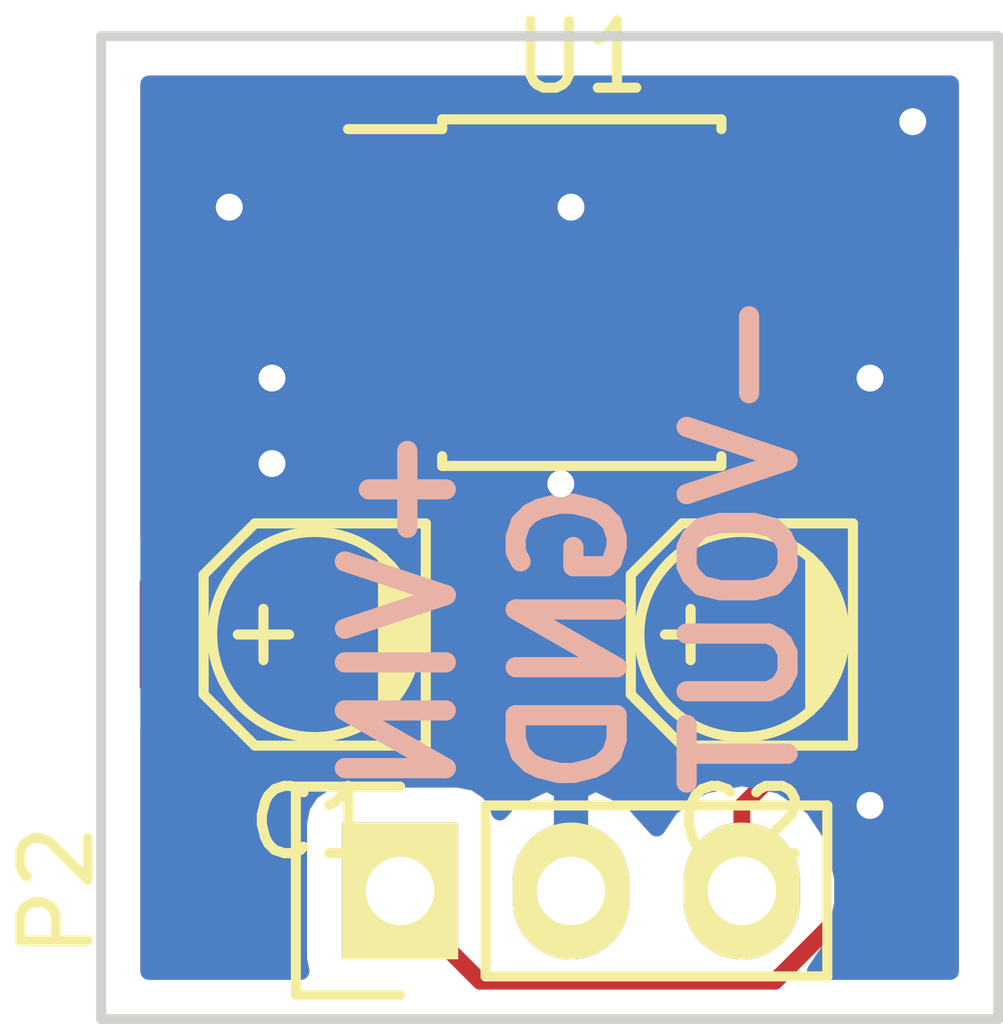
<source format=kicad_pcb>
(kicad_pcb (version 4) (host pcbnew 0.201602201416+6573~42~ubuntu14.04.1-product)

  (general
    (links 7)
    (no_connects 0)
    (area 166.495 86.815 181.935002 105.438333)
    (thickness 1.6)
    (drawings 7)
    (tracks 49)
    (zones 0)
    (modules 4)
    (nets 6)
  )

  (page A4)
  (layers
    (0 F.Cu signal)
    (31 B.Cu signal)
    (32 B.Adhes user)
    (33 F.Adhes user)
    (34 B.Paste user)
    (35 F.Paste user)
    (36 B.SilkS user)
    (37 F.SilkS user)
    (38 B.Mask user)
    (39 F.Mask user)
    (40 Dwgs.User user)
    (41 Cmts.User user)
    (42 Eco1.User user)
    (43 Eco2.User user)
    (44 Edge.Cuts user)
    (45 Margin user)
    (46 B.CrtYd user)
    (47 F.CrtYd user)
    (48 B.Fab user)
    (49 F.Fab user hide)
  )

  (setup
    (last_trace_width 0.25)
    (trace_clearance 0.2)
    (zone_clearance 0.508)
    (zone_45_only no)
    (trace_min 0.2)
    (segment_width 0.2)
    (edge_width 0.15)
    (via_size 0.6)
    (via_drill 0.4)
    (via_min_size 0.4)
    (via_min_drill 0.3)
    (uvia_size 0.3)
    (uvia_drill 0.1)
    (uvias_allowed no)
    (uvia_min_size 0.2)
    (uvia_min_drill 0.1)
    (pcb_text_width 0.3)
    (pcb_text_size 1.5 1.5)
    (mod_edge_width 0.15)
    (mod_text_size 1 1)
    (mod_text_width 0.15)
    (pad_size 1.524 1.524)
    (pad_drill 0.762)
    (pad_to_mask_clearance 0.2)
    (aux_axis_origin 0 0)
    (visible_elements FFFFFF7F)
    (pcbplotparams
      (layerselection 0x00030_ffffffff)
      (usegerberextensions false)
      (excludeedgelayer true)
      (linewidth 0.100000)
      (plotframeref false)
      (viasonmask false)
      (mode 1)
      (useauxorigin false)
      (hpglpennumber 1)
      (hpglpenspeed 20)
      (hpglpendiameter 15)
      (psnegative false)
      (psa4output false)
      (plotreference true)
      (plotvalue true)
      (plotinvisibletext false)
      (padsonsilk false)
      (subtractmaskfromsilk false)
      (outputformat 1)
      (mirror false)
      (drillshape 0)
      (scaleselection 1)
      (outputdirectory gerber/))
  )

  (net 0 "")
  (net 1 "Net-(C1-Pad1)")
  (net 2 "Net-(C1-Pad2)")
  (net 3 GND)
  (net 4 VEE)
  (net 5 VDD)

  (net_class Default "This is the default net class."
    (clearance 0.2)
    (trace_width 0.25)
    (via_dia 0.6)
    (via_drill 0.4)
    (uvia_dia 0.3)
    (uvia_drill 0.1)
    (add_net GND)
    (add_net "Net-(C1-Pad1)")
    (add_net "Net-(C1-Pad2)")
    (add_net VDD)
    (add_net VEE)
  )

  (module Capacitors_SMD:c_elec_3x5.3 (layer F.Cu) (tedit 556FDD5F) (tstamp 56CE3304)
    (at 171.45 96.52 180)
    (descr "SMT capacitor, aluminium electrolytic, 3x5.3")
    (path /56CE2FCA)
    (attr smd)
    (fp_text reference C1 (at 0 -2.794 180) (layer F.SilkS)
      (effects (font (size 1 1) (thickness 0.15)))
    )
    (fp_text value 10uF (at 0 2.794 180) (layer F.Fab)
      (effects (font (size 1 1) (thickness 0.15)))
    )
    (fp_line (start -2.8 2.05) (end 2.8 2.05) (layer F.CrtYd) (width 0.05))
    (fp_line (start 2.8 2.05) (end 2.8 -2.05) (layer F.CrtYd) (width 0.05))
    (fp_line (start 2.8 -2.05) (end -2.8 -2.05) (layer F.CrtYd) (width 0.05))
    (fp_line (start -2.8 -2.05) (end -2.8 2.05) (layer F.CrtYd) (width 0.05))
    (fp_line (start -1.651 -1.651) (end -1.651 1.651) (layer F.SilkS) (width 0.15))
    (fp_line (start -1.651 1.651) (end 0.889 1.651) (layer F.SilkS) (width 0.15))
    (fp_line (start 0.889 1.651) (end 1.651 0.889) (layer F.SilkS) (width 0.15))
    (fp_line (start 1.651 0.889) (end 1.651 -0.889) (layer F.SilkS) (width 0.15))
    (fp_line (start 1.651 -0.889) (end 0.889 -1.651) (layer F.SilkS) (width 0.15))
    (fp_line (start 0.889 -1.651) (end -1.651 -1.651) (layer F.SilkS) (width 0.15))
    (fp_line (start -1.397 -0.508) (end -1.397 0.508) (layer F.SilkS) (width 0.15))
    (fp_line (start -1.27 -0.762) (end -1.27 0.762) (layer F.SilkS) (width 0.15))
    (fp_line (start -1.143 -1.016) (end -1.143 1.016) (layer F.SilkS) (width 0.15))
    (fp_line (start -1.016 -1.143) (end -1.016 1.143) (layer F.SilkS) (width 0.15))
    (fp_line (start 1.143 0) (end 0.381 0) (layer F.SilkS) (width 0.15))
    (fp_line (start 0.762 -0.381) (end 0.762 0.381) (layer F.SilkS) (width 0.15))
    (fp_circle (center 0 0) (end 1.524 0) (layer F.SilkS) (width 0.15))
    (pad 1 smd rect (at 1.50114 0 180) (size 2.19964 1.6002) (layers F.Cu F.Paste F.Mask)
      (net 1 "Net-(C1-Pad1)"))
    (pad 2 smd rect (at -1.50114 0 180) (size 2.19964 1.6002) (layers F.Cu F.Paste F.Mask)
      (net 2 "Net-(C1-Pad2)"))
    (model Capacitors_SMD.3dshapes/c_elec_3x5.3.wrl
      (at (xyz 0 0 0))
      (scale (xyz 1 1 1))
      (rotate (xyz 0 0 0))
    )
  )

  (module Capacitors_SMD:c_elec_3x5.3 (layer F.Cu) (tedit 556FDD5F) (tstamp 56CE330A)
    (at 177.8 96.52 180)
    (descr "SMT capacitor, aluminium electrolytic, 3x5.3")
    (path /56CE30CC)
    (attr smd)
    (fp_text reference C2 (at 0 -2.794 180) (layer F.SilkS)
      (effects (font (size 1 1) (thickness 0.15)))
    )
    (fp_text value 10uF (at 0 2.794 180) (layer F.Fab)
      (effects (font (size 1 1) (thickness 0.15)))
    )
    (fp_line (start -2.8 2.05) (end 2.8 2.05) (layer F.CrtYd) (width 0.05))
    (fp_line (start 2.8 2.05) (end 2.8 -2.05) (layer F.CrtYd) (width 0.05))
    (fp_line (start 2.8 -2.05) (end -2.8 -2.05) (layer F.CrtYd) (width 0.05))
    (fp_line (start -2.8 -2.05) (end -2.8 2.05) (layer F.CrtYd) (width 0.05))
    (fp_line (start -1.651 -1.651) (end -1.651 1.651) (layer F.SilkS) (width 0.15))
    (fp_line (start -1.651 1.651) (end 0.889 1.651) (layer F.SilkS) (width 0.15))
    (fp_line (start 0.889 1.651) (end 1.651 0.889) (layer F.SilkS) (width 0.15))
    (fp_line (start 1.651 0.889) (end 1.651 -0.889) (layer F.SilkS) (width 0.15))
    (fp_line (start 1.651 -0.889) (end 0.889 -1.651) (layer F.SilkS) (width 0.15))
    (fp_line (start 0.889 -1.651) (end -1.651 -1.651) (layer F.SilkS) (width 0.15))
    (fp_line (start -1.397 -0.508) (end -1.397 0.508) (layer F.SilkS) (width 0.15))
    (fp_line (start -1.27 -0.762) (end -1.27 0.762) (layer F.SilkS) (width 0.15))
    (fp_line (start -1.143 -1.016) (end -1.143 1.016) (layer F.SilkS) (width 0.15))
    (fp_line (start -1.016 -1.143) (end -1.016 1.143) (layer F.SilkS) (width 0.15))
    (fp_line (start 1.143 0) (end 0.381 0) (layer F.SilkS) (width 0.15))
    (fp_line (start 0.762 -0.381) (end 0.762 0.381) (layer F.SilkS) (width 0.15))
    (fp_circle (center 0 0) (end 1.524 0) (layer F.SilkS) (width 0.15))
    (pad 1 smd rect (at 1.50114 0 180) (size 2.19964 1.6002) (layers F.Cu F.Paste F.Mask)
      (net 3 GND))
    (pad 2 smd rect (at -1.50114 0 180) (size 2.19964 1.6002) (layers F.Cu F.Paste F.Mask)
      (net 4 VEE))
    (model Capacitors_SMD.3dshapes/c_elec_3x5.3.wrl
      (at (xyz 0 0 0))
      (scale (xyz 1 1 1))
      (rotate (xyz 0 0 0))
    )
  )

  (module Pin_Headers:Pin_Header_Straight_1x03 (layer F.Cu) (tedit 0) (tstamp 56CE3317)
    (at 172.72 100.33 90)
    (descr "Through hole pin header")
    (tags "pin header")
    (path /56CE2F5F)
    (fp_text reference P2 (at 0 -5.1 90) (layer F.SilkS)
      (effects (font (size 1 1) (thickness 0.15)))
    )
    (fp_text value CONN_01X03 (at 0 -3.1 90) (layer F.Fab)
      (effects (font (size 1 1) (thickness 0.15)))
    )
    (fp_line (start -1.75 -1.75) (end -1.75 6.85) (layer F.CrtYd) (width 0.05))
    (fp_line (start 1.75 -1.75) (end 1.75 6.85) (layer F.CrtYd) (width 0.05))
    (fp_line (start -1.75 -1.75) (end 1.75 -1.75) (layer F.CrtYd) (width 0.05))
    (fp_line (start -1.75 6.85) (end 1.75 6.85) (layer F.CrtYd) (width 0.05))
    (fp_line (start -1.27 1.27) (end -1.27 6.35) (layer F.SilkS) (width 0.15))
    (fp_line (start -1.27 6.35) (end 1.27 6.35) (layer F.SilkS) (width 0.15))
    (fp_line (start 1.27 6.35) (end 1.27 1.27) (layer F.SilkS) (width 0.15))
    (fp_line (start 1.55 -1.55) (end 1.55 0) (layer F.SilkS) (width 0.15))
    (fp_line (start 1.27 1.27) (end -1.27 1.27) (layer F.SilkS) (width 0.15))
    (fp_line (start -1.55 0) (end -1.55 -1.55) (layer F.SilkS) (width 0.15))
    (fp_line (start -1.55 -1.55) (end 1.55 -1.55) (layer F.SilkS) (width 0.15))
    (pad 1 thru_hole rect (at 0 0 90) (size 2.032 1.7272) (drill 1.016) (layers *.Cu *.Mask F.SilkS)
      (net 5 VDD))
    (pad 2 thru_hole oval (at 0 2.54 90) (size 2.032 1.7272) (drill 1.016) (layers *.Cu *.Mask F.SilkS)
      (net 3 GND))
    (pad 3 thru_hole oval (at 0 5.08 90) (size 2.032 1.7272) (drill 1.016) (layers *.Cu *.Mask F.SilkS)
      (net 4 VEE))
    (model Pin_Headers.3dshapes/Pin_Header_Straight_1x03.wrl
      (at (xyz 0 -0.1 0))
      (scale (xyz 1 1 1))
      (rotate (xyz 0 0 90))
    )
  )

  (module Housings_SOIC:SOIC-8_3.9x4.9mm_Pitch1.27mm (layer F.Cu) (tedit 54130A77) (tstamp 56CE3323)
    (at 175.42 91.44)
    (descr "8-Lead Plastic Small Outline (SN) - Narrow, 3.90 mm Body [SOIC] (see Microchip Packaging Specification 00000049BS.pdf)")
    (tags "SOIC 1.27")
    (path /56CE2DDD)
    (attr smd)
    (fp_text reference U1 (at 0 -3.5) (layer F.SilkS)
      (effects (font (size 1 1) (thickness 0.15)))
    )
    (fp_text value ICL7660 (at 0 3.5) (layer F.Fab)
      (effects (font (size 1 1) (thickness 0.15)))
    )
    (fp_line (start -3.75 -2.75) (end -3.75 2.75) (layer F.CrtYd) (width 0.05))
    (fp_line (start 3.75 -2.75) (end 3.75 2.75) (layer F.CrtYd) (width 0.05))
    (fp_line (start -3.75 -2.75) (end 3.75 -2.75) (layer F.CrtYd) (width 0.05))
    (fp_line (start -3.75 2.75) (end 3.75 2.75) (layer F.CrtYd) (width 0.05))
    (fp_line (start -2.075 -2.575) (end -2.075 -2.43) (layer F.SilkS) (width 0.15))
    (fp_line (start 2.075 -2.575) (end 2.075 -2.43) (layer F.SilkS) (width 0.15))
    (fp_line (start 2.075 2.575) (end 2.075 2.43) (layer F.SilkS) (width 0.15))
    (fp_line (start -2.075 2.575) (end -2.075 2.43) (layer F.SilkS) (width 0.15))
    (fp_line (start -2.075 -2.575) (end 2.075 -2.575) (layer F.SilkS) (width 0.15))
    (fp_line (start -2.075 2.575) (end 2.075 2.575) (layer F.SilkS) (width 0.15))
    (fp_line (start -2.075 -2.43) (end -3.475 -2.43) (layer F.SilkS) (width 0.15))
    (pad 1 smd rect (at -2.7 -1.905) (size 1.55 0.6) (layers F.Cu F.Paste F.Mask))
    (pad 2 smd rect (at -2.7 -0.635) (size 1.55 0.6) (layers F.Cu F.Paste F.Mask)
      (net 1 "Net-(C1-Pad1)"))
    (pad 3 smd rect (at -2.7 0.635) (size 1.55 0.6) (layers F.Cu F.Paste F.Mask)
      (net 3 GND))
    (pad 4 smd rect (at -2.7 1.905) (size 1.55 0.6) (layers F.Cu F.Paste F.Mask)
      (net 2 "Net-(C1-Pad2)"))
    (pad 5 smd rect (at 2.7 1.905) (size 1.55 0.6) (layers F.Cu F.Paste F.Mask)
      (net 4 VEE))
    (pad 6 smd rect (at 2.7 0.635) (size 1.55 0.6) (layers F.Cu F.Paste F.Mask))
    (pad 7 smd rect (at 2.7 -0.635) (size 1.55 0.6) (layers F.Cu F.Paste F.Mask))
    (pad 8 smd rect (at 2.7 -1.905) (size 1.55 0.6) (layers F.Cu F.Paste F.Mask)
      (net 5 VDD))
    (model Housings_SOIC.3dshapes/SOIC-8_3.9x4.9mm_Pitch1.27mm.wrl
      (at (xyz 0 0 0))
      (scale (xyz 1 1 1))
      (rotate (xyz 0 0 0))
    )
  )

  (gr_text +VIN (at 172.72 99.06 90) (layer B.SilkS)
    (effects (font (size 1.5 1.5) (thickness 0.3)) (justify right mirror))
  )
  (gr_text -VOUT (at 177.8 99.06 90) (layer B.SilkS)
    (effects (font (size 1.5 1.5) (thickness 0.3)) (justify right mirror))
  )
  (gr_text GND (at 175.26 99.06 90) (layer B.SilkS)
    (effects (font (size 1.5 1.5) (thickness 0.3)) (justify right mirror))
  )
  (gr_line (start 168.275 87.63) (end 181.61 87.63) (layer Edge.Cuts) (width 0.15))
  (gr_line (start 168.275 102.235) (end 168.275 87.63) (layer Edge.Cuts) (width 0.15))
  (gr_line (start 181.61 102.235) (end 168.275 102.235) (layer Edge.Cuts) (width 0.15))
  (gr_line (start 181.61 87.63) (end 181.61 102.235) (layer Edge.Cuts) (width 0.15))

  (segment (start 181.61 87.63) (end 181.61 101.6) (width 0.25) (layer Dwgs.User) (net 0))
  (segment (start 169.94886 96.52) (end 169.94886 92.55114) (width 0.25) (layer F.Cu) (net 1))
  (segment (start 169.94886 92.55114) (end 171.695 90.805) (width 0.25) (layer F.Cu) (net 1))
  (segment (start 171.695 90.805) (end 172.72 90.805) (width 0.25) (layer F.Cu) (net 1))
  (segment (start 172.95114 96.52) (end 172.95114 93.57614) (width 0.25) (layer F.Cu) (net 2))
  (segment (start 172.95114 93.57614) (end 172.72 93.345) (width 0.25) (layer F.Cu) (net 2))
  (via (at 179.705 99.06) (size 0.6) (drill 0.4) (layers F.Cu B.Cu) (net 3))
  (segment (start 179.705 92.71) (end 179.705 99.06) (width 0.25) (layer B.Cu) (net 3))
  (segment (start 180.34 88.9) (end 180.34 92.075) (width 0.25) (layer B.Cu) (net 3))
  (segment (start 180.34 92.075) (end 179.705 92.71) (width 0.25) (layer B.Cu) (net 3))
  (via (at 179.705 92.71) (size 0.6) (drill 0.4) (layers F.Cu B.Cu) (net 3))
  (segment (start 175.26 90.17) (end 179.07 90.17) (width 0.25) (layer B.Cu) (net 3))
  (segment (start 179.07 90.17) (end 180.34 88.9) (width 0.25) (layer B.Cu) (net 3))
  (via (at 180.34 88.9) (size 0.6) (drill 0.4) (layers F.Cu B.Cu) (net 3))
  (segment (start 170.18 90.17) (end 175.26 90.17) (width 0.25) (layer F.Cu) (net 3))
  (via (at 175.26 90.17) (size 0.6) (drill 0.4) (layers F.Cu B.Cu) (net 3))
  (segment (start 170.815 92.71) (end 170.815 90.805) (width 0.25) (layer B.Cu) (net 3))
  (segment (start 170.815 90.805) (end 170.18 90.17) (width 0.25) (layer B.Cu) (net 3))
  (via (at 170.18 90.17) (size 0.6) (drill 0.4) (layers F.Cu B.Cu) (net 3))
  (segment (start 170.815 93.98) (end 170.815 92.71) (width 0.25) (layer F.Cu) (net 3))
  (via (at 170.815 92.71) (size 0.6) (drill 0.4) (layers F.Cu B.Cu) (net 3))
  (segment (start 175.10868 94.27972) (end 171.11472 94.27972) (width 0.25) (layer B.Cu) (net 3))
  (segment (start 171.11472 94.27972) (end 170.815 93.98) (width 0.25) (layer B.Cu) (net 3))
  (via (at 170.815 93.98) (size 0.6) (drill 0.4) (layers F.Cu B.Cu) (net 3))
  (segment (start 176.29886 96.52) (end 176.29886 95.4699) (width 0.25) (layer F.Cu) (net 3))
  (segment (start 176.29886 95.4699) (end 175.10868 94.27972) (width 0.25) (layer F.Cu) (net 3))
  (via (at 175.10868 94.27972) (size 0.6) (drill 0.4) (layers F.Cu B.Cu) (net 3))
  (segment (start 175.10868 94.27972) (end 175.10868 93.98868) (width 0.25) (layer F.Cu) (net 3))
  (segment (start 175.26 100.33) (end 175.26 97.55886) (width 0.25) (layer F.Cu) (net 3))
  (segment (start 175.26 97.55886) (end 176.29886 96.52) (width 0.25) (layer F.Cu) (net 3))
  (segment (start 172.72 92.075) (end 173.195 92.075) (width 0.25) (layer F.Cu) (net 3))
  (segment (start 173.195 92.075) (end 175.10868 93.98868) (width 0.25) (layer F.Cu) (net 3))
  (segment (start 177.8 100.039998) (end 177.8 100.33) (width 0.25) (layer F.Cu) (net 4))
  (segment (start 177.8 99.07124) (end 177.8 100.039998) (width 0.25) (layer F.Cu) (net 4))
  (segment (start 179.30114 97.5701) (end 177.8 99.07124) (width 0.25) (layer F.Cu) (net 4))
  (segment (start 179.30114 96.52) (end 179.30114 97.5701) (width 0.25) (layer F.Cu) (net 4))
  (segment (start 179.30114 96.52) (end 179.30114 94.05114) (width 0.25) (layer F.Cu) (net 4))
  (segment (start 179.30114 94.05114) (end 178.595 93.345) (width 0.25) (layer F.Cu) (net 4))
  (segment (start 178.595 93.345) (end 178.12 93.345) (width 0.25) (layer F.Cu) (net 4))
  (segment (start 177.645 93.345) (end 178.12 93.345) (width 0.25) (layer F.Cu) (net 4))
  (segment (start 180.516062 97.79) (end 180.516062 99.447286) (width 0.25) (layer F.Cu) (net 5))
  (segment (start 173.90861 101.67101) (end 172.72 100.4824) (width 0.25) (layer F.Cu) (net 5))
  (segment (start 180.516062 99.447286) (end 178.292338 101.67101) (width 0.25) (layer F.Cu) (net 5))
  (segment (start 178.292338 101.67101) (end 173.90861 101.67101) (width 0.25) (layer F.Cu) (net 5))
  (segment (start 172.72 100.4824) (end 172.72 100.33) (width 0.25) (layer F.Cu) (net 5))
  (segment (start 178.12 89.535) (end 178.595 89.535) (width 0.25) (layer F.Cu) (net 5))
  (segment (start 178.595 89.535) (end 180.725961 91.665961) (width 0.25) (layer F.Cu) (net 5))
  (segment (start 180.725961 91.665961) (end 180.725961 97.580101) (width 0.25) (layer F.Cu) (net 5))
  (segment (start 180.725961 97.580101) (end 180.516062 97.79) (width 0.25) (layer F.Cu) (net 5))

  (zone (net 3) (net_name GND) (layer B.Cu) (tstamp 0) (hatch edge 0.508)
    (connect_pads (clearance 0.508))
    (min_thickness 0.254)
    (fill yes (arc_segments 16) (thermal_gap 0.508) (thermal_bridge_width 0.508))
    (polygon
      (pts
        (xy 168.275 87.63) (xy 181.61 87.63) (xy 181.61 102.235) (xy 168.275 102.235)
      )
    )
    (filled_polygon
      (pts
        (xy 180.9 101.525) (xy 178.892688 101.525) (xy 179.184526 101.088234) (xy 179.2986 100.514745) (xy 179.2986 100.145255)
        (xy 179.184526 99.571766) (xy 178.85967 99.085585) (xy 178.373489 98.760729) (xy 177.8 98.646655) (xy 177.226511 98.760729)
        (xy 176.74033 99.085585) (xy 176.533539 99.395069) (xy 176.162036 98.979268) (xy 175.634791 98.725291) (xy 175.619026 98.722642)
        (xy 175.387 98.843783) (xy 175.387 100.203) (xy 175.407 100.203) (xy 175.407 100.457) (xy 175.387 100.457)
        (xy 175.387 100.477) (xy 175.133 100.477) (xy 175.133 100.457) (xy 175.113 100.457) (xy 175.113 100.203)
        (xy 175.133 100.203) (xy 175.133 98.843783) (xy 174.900974 98.722642) (xy 174.885209 98.725291) (xy 174.357964 98.979268)
        (xy 174.199694 99.15641) (xy 174.181757 99.066235) (xy 174.041409 98.856191) (xy 173.831365 98.715843) (xy 173.5836 98.66656)
        (xy 171.8564 98.66656) (xy 171.608635 98.715843) (xy 171.398591 98.856191) (xy 171.258243 99.066235) (xy 171.20896 99.314)
        (xy 171.20896 101.346) (xy 171.244565 101.525) (xy 168.985 101.525) (xy 168.985 88.34) (xy 180.9 88.34)
      )
    )
  )
  (zone (net 3) (net_name GND) (layer F.Cu) (tstamp 0) (hatch edge 0.508)
    (connect_pads (clearance 0.508))
    (min_thickness 0.254)
    (fill yes (arc_segments 16) (thermal_gap 0.508) (thermal_bridge_width 0.508))
    (polygon
      (pts
        (xy 168.275 87.63) (xy 181.61 87.63) (xy 181.61 102.235) (xy 168.275 102.235)
      )
    )
    (filled_polygon
      (pts
        (xy 180.9 90.765198) (xy 179.54244 89.407638) (xy 179.54244 89.235) (xy 179.493157 88.987235) (xy 179.352809 88.777191)
        (xy 179.142765 88.636843) (xy 178.895 88.58756) (xy 177.345 88.58756) (xy 177.097235 88.636843) (xy 176.887191 88.777191)
        (xy 176.746843 88.987235) (xy 176.69756 89.235) (xy 176.69756 89.835) (xy 176.746843 90.082765) (xy 176.805132 90.17)
        (xy 176.746843 90.257235) (xy 176.69756 90.505) (xy 176.69756 91.105) (xy 176.746843 91.352765) (xy 176.805132 91.44)
        (xy 176.746843 91.527235) (xy 176.69756 91.775) (xy 176.69756 92.375) (xy 176.746843 92.622765) (xy 176.805132 92.71)
        (xy 176.746843 92.797235) (xy 176.69756 93.045) (xy 176.69756 93.645) (xy 176.746843 93.892765) (xy 176.887191 94.102809)
        (xy 177.097235 94.243157) (xy 177.345 94.29244) (xy 178.467638 94.29244) (xy 178.54114 94.365942) (xy 178.54114 95.07246)
        (xy 178.20132 95.07246) (xy 177.953555 95.121743) (xy 177.80069 95.223885) (xy 177.758378 95.181573) (xy 177.524989 95.0849)
        (xy 176.58461 95.0849) (xy 176.42586 95.24365) (xy 176.42586 96.393) (xy 176.44586 96.393) (xy 176.44586 96.647)
        (xy 176.42586 96.647) (xy 176.42586 97.79635) (xy 176.58461 97.9551) (xy 177.524989 97.9551) (xy 177.758378 97.858427)
        (xy 177.80069 97.816115) (xy 177.908372 97.888066) (xy 177.262599 98.533839) (xy 177.097852 98.780401) (xy 177.082644 98.856858)
        (xy 176.74033 99.085585) (xy 176.533539 99.395069) (xy 176.162036 98.979268) (xy 175.634791 98.725291) (xy 175.619026 98.722642)
        (xy 175.387 98.843783) (xy 175.387 100.203) (xy 175.407 100.203) (xy 175.407 100.457) (xy 175.387 100.457)
        (xy 175.387 100.477) (xy 175.133 100.477) (xy 175.133 100.457) (xy 175.113 100.457) (xy 175.113 100.203)
        (xy 175.133 100.203) (xy 175.133 98.843783) (xy 174.900974 98.722642) (xy 174.885209 98.725291) (xy 174.357964 98.979268)
        (xy 174.199694 99.15641) (xy 174.181757 99.066235) (xy 174.041409 98.856191) (xy 173.831365 98.715843) (xy 173.5836 98.66656)
        (xy 171.8564 98.66656) (xy 171.608635 98.715843) (xy 171.398591 98.856191) (xy 171.258243 99.066235) (xy 171.20896 99.314)
        (xy 171.20896 101.346) (xy 171.244565 101.525) (xy 168.985 101.525) (xy 168.985 97.96754) (xy 171.04868 97.96754)
        (xy 171.296445 97.918257) (xy 171.45 97.815654) (xy 171.603555 97.918257) (xy 171.85132 97.96754) (xy 174.05096 97.96754)
        (xy 174.298725 97.918257) (xy 174.508769 97.777909) (xy 174.627654 97.599987) (xy 174.660713 97.679799) (xy 174.839342 97.858427)
        (xy 175.072731 97.9551) (xy 176.01311 97.9551) (xy 176.17186 97.79635) (xy 176.17186 96.647) (xy 176.15186 96.647)
        (xy 176.15186 96.393) (xy 176.17186 96.393) (xy 176.17186 95.24365) (xy 176.01311 95.0849) (xy 175.072731 95.0849)
        (xy 174.839342 95.181573) (xy 174.660713 95.360201) (xy 174.627654 95.440013) (xy 174.508769 95.262091) (xy 174.298725 95.121743)
        (xy 174.05096 95.07246) (xy 173.71114 95.07246) (xy 173.71114 94.249448) (xy 173.742765 94.243157) (xy 173.952809 94.102809)
        (xy 174.093157 93.892765) (xy 174.14244 93.645) (xy 174.14244 93.045) (xy 174.093157 92.797235) (xy 174.040232 92.718028)
        (xy 174.13 92.50131) (xy 174.13 92.36075) (xy 173.97125 92.202) (xy 172.847 92.202) (xy 172.847 92.222)
        (xy 172.593 92.222) (xy 172.593 92.202) (xy 172.573 92.202) (xy 172.573 91.948) (xy 172.593 91.948)
        (xy 172.593 91.928) (xy 172.847 91.928) (xy 172.847 91.948) (xy 173.97125 91.948) (xy 174.13 91.78925)
        (xy 174.13 91.64869) (xy 174.040232 91.431972) (xy 174.093157 91.352765) (xy 174.14244 91.105) (xy 174.14244 90.505)
        (xy 174.093157 90.257235) (xy 174.034868 90.17) (xy 174.093157 90.082765) (xy 174.14244 89.835) (xy 174.14244 89.235)
        (xy 174.093157 88.987235) (xy 173.952809 88.777191) (xy 173.742765 88.636843) (xy 173.495 88.58756) (xy 171.945 88.58756)
        (xy 171.697235 88.636843) (xy 171.487191 88.777191) (xy 171.346843 88.987235) (xy 171.29756 89.235) (xy 171.29756 89.835)
        (xy 171.346843 90.082765) (xy 171.373814 90.123129) (xy 171.157599 90.267599) (xy 169.411459 92.013739) (xy 169.246712 92.260301)
        (xy 169.18886 92.55114) (xy 169.18886 95.07246) (xy 168.985 95.07246) (xy 168.985 88.34) (xy 180.9 88.34)
      )
    )
    (filled_polygon
      (pts
        (xy 179.756062 99.132484) (xy 179.206468 99.682078) (xy 179.184526 99.571766) (xy 178.859985 99.086057) (xy 179.756062 98.18998)
      )
    )
    (filled_polygon
      (pts
        (xy 171.31 92.36075) (xy 171.31 92.50131) (xy 171.399768 92.718028) (xy 171.346843 92.797235) (xy 171.29756 93.045)
        (xy 171.29756 93.645) (xy 171.346843 93.892765) (xy 171.487191 94.102809) (xy 171.697235 94.243157) (xy 171.945 94.29244)
        (xy 172.19114 94.29244) (xy 172.19114 95.07246) (xy 171.85132 95.07246) (xy 171.603555 95.121743) (xy 171.45 95.224346)
        (xy 171.296445 95.121743) (xy 171.04868 95.07246) (xy 170.70886 95.07246) (xy 170.70886 92.865942) (xy 171.3728 92.202002)
        (xy 171.468748 92.202002)
      )
    )
    (filled_polygon
      (pts
        (xy 179.965961 91.980763) (xy 179.965961 93.704437) (xy 179.838541 93.513739) (xy 179.54244 93.217638) (xy 179.54244 93.045)
        (xy 179.493157 92.797235) (xy 179.434868 92.71) (xy 179.493157 92.622765) (xy 179.54244 92.375) (xy 179.54244 91.775)
        (xy 179.493157 91.527235) (xy 179.454341 91.469143)
      )
    )
  )
)

</source>
